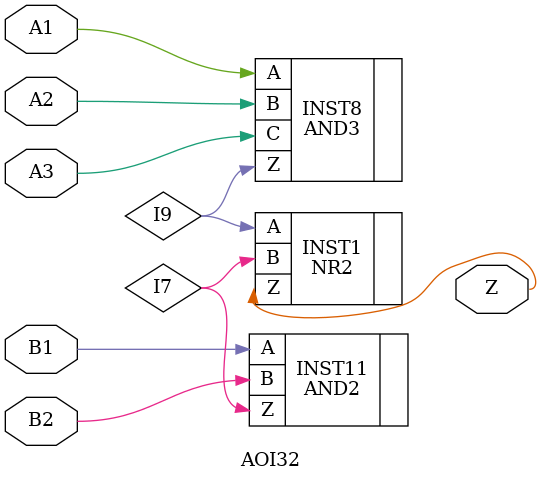
<source format=v>
`timescale 1 ns / 100 ps

/* Created by DB2VERILOG Version 1.2.0.2 on Fri Aug  5 11:13:34 1994 */
/* module compiled from "lsl2db 4.0.3" run */

module AOI32 (A1, A2, A3, B1, B2, Z);
input  A1, A2, A3, B1, B2;
output Z;
NR2 INST1 (.A(I9), .B(I7), .Z(Z));
AND2 INST11 (.A(B1), .B(B2), .Z(I7));
AND3 INST8 (.A(A1), .B(A2), .C(A3), .Z(I9));

endmodule


</source>
